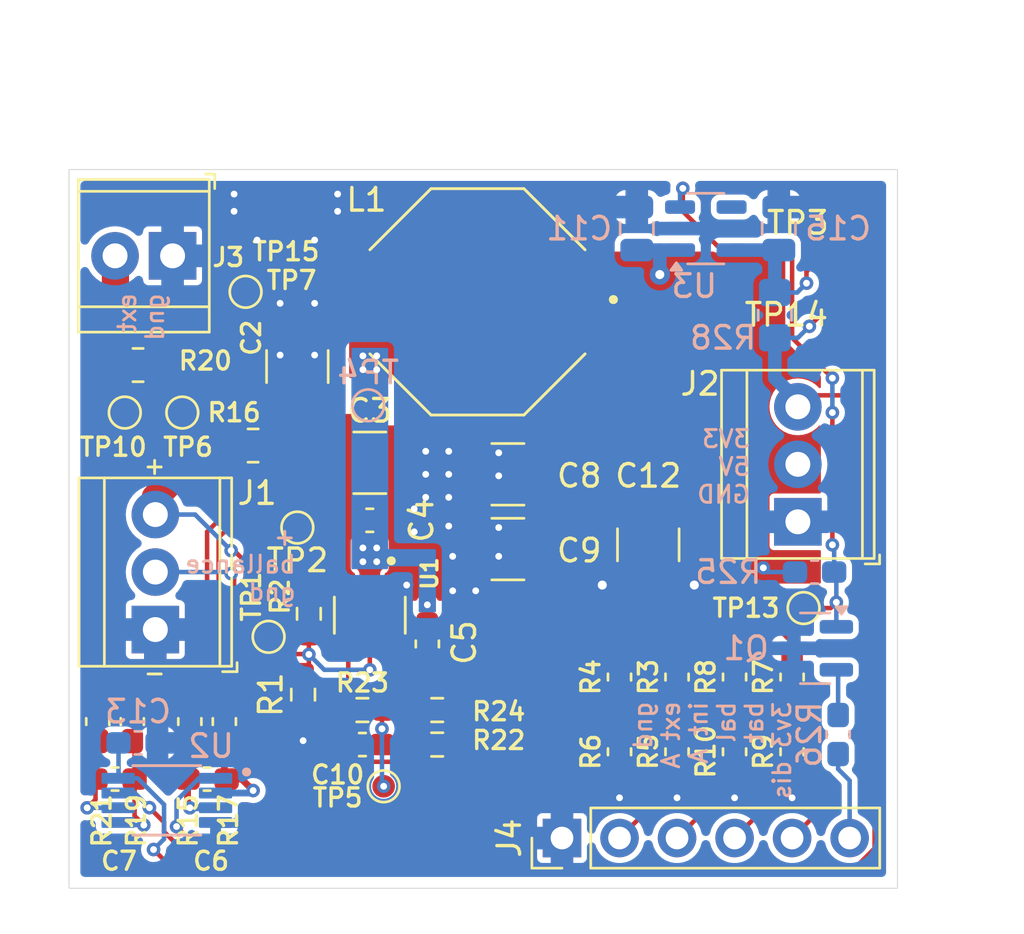
<source format=kicad_pcb>
(kicad_pcb (version 20240108) (generator "pcbnew") (generator_version "8.0")
  (layers (0 "F.Cu" signal "Front") (31 "B.Cu" signal "Back") (34 "B.Paste" user) (35 "F.Paste" user) (36 "B.SilkS" user "B.Silkscreen") (37 "F.SilkS" user "F.Silkscreen") (38 "B.Mask" user) (39 "F.Mask" user) (44 "Edge.Cuts" user))
  (net 0 "")
  (net 1 "+BATT Primary")
  (net 2 "GND")
  (net 3 "/buck_feedback")
  (net 4 "Net-(C10-Pad1)")
  (net 5 "5V Primary")
  (net 6 "3V3 Primary")
  (net 7 "current_sense_batt")
  (net 8 "current_sense_external")
  (net 9 "batt_ballance")
  (net 10 "+BATT")
  (net 11 "/buck_sw")
  (net 12 "/buck_boot")
  (net 13 "+BATT External")
  (net 14 "/adc_scaled:current_batt")
  (net 15 "/adc_scaled:current_external")
  (net 16 "/adc_scaled:batt")
  (net 17 "/adc_scaled:batt_ballance")
  (net 18 "3V3_DISABLE")
  (net 19 "/batt_primary+")
  (net 20 "/batt_primary-")
  (net 21 "/batt_ext-")
  (net 22 "/batt_ext+")
  (net 23 "Net-(Q1-B)")
  (net 24 "/buck_enable")
  (net 26 "/3v3_en")
  (net 27 "/3v3_out")
  (footprint "TestPoint:TestPoint_Pad_D1.0mm" (layer "F.Cu") (at 27.94 33.02 180)
    (property "Reference" "TP2")
    (property "Value" "~")
  )
  (footprint "Capacitor_SMD:C_1210_3225Metric" (layer "F.Cu") (at 31.1385 30.16)
    (property "Reference" "C3")
    (property "Value" "10uf")
  )
  (footprint "TerminalBlock_TE-Connectivity:TerminalBlock_TE_282834-3_1x03_P2.54mm_Horizontal" (layer "F.Cu") (at 21.6685 37.526 90)
    (property "Reference" "J1")
    (property "Value" "BATT")
  )
  (footprint "footprints:KEYSTONE_5015" (layer "F.Cu") (at 27.432 18.796)
    (property "Reference" "TP15")
    (property "Value" "TestPoint")
  )
  (footprint "Capacitor_SMD:C_0603_1608Metric_Pad1.08x0.95mm_HandSolder" (layer "F.Cu") (at 23.1925 41.59 -90)
    (property "Reference" "R15")
    (property "Value" "0")
  )
  (footprint "Capacitor_SMD:C_0603_1608Metric_Pad1.08x0.95mm_HandSolder" (layer "F.Cu") (at 19.1285 41.59 -90)
    (property "Reference" "R21")
    (property "Value" "0")
  )
  (footprint "Capacitor_SMD:C_1210_3225Metric" (layer "F.Cu") (at 37.2345 30.668 180)
    (property "Reference" "C8")
    (property "Value" "22uf")
  )
  (footprint "Resistor_SMD:R_0603_1608Metric_Pad0.98x0.95mm_HandSolder" (layer "F.Cu") (at 28.194 40.40175 90)
    (property "Reference" "R1")
    (property "Value" "DNS")
  )
  (footprint "Capacitor_SMD:C_0603_1608Metric_Pad1.08x0.95mm_HandSolder" (layer "F.Cu") (at 49.784 39.624 -90)
    (property "Reference" "R7")
    (property "Value" "R")
  )
  (footprint "Capacitor_SMD:C_0603_1608Metric_Pad1.08x0.95mm_HandSolder" (layer "F.Cu") (at 42.164 39.624 -90)
    (property "Reference" "R4")
    (property "Value" "R")
  )
  (footprint "Capacitor_SMD:C_0603_1608Metric_Pad1.08x0.95mm_HandSolder" (layer "F.Cu") (at 19.8905 44.13)
    (property "Reference" "C7")
    (property "Value" "DNS")
  )
  (footprint "Capacitor_SMD:C_0603_1608Metric_Pad1.08x0.95mm_HandSolder" (layer "F.Cu") (at 23.9545 44.13 180)
    (property "Reference" "C6")
    (property "Value" "DNS")
  )
  (footprint "Resistor_SMD:R_0603_1608Metric_Pad0.98x0.95mm_HandSolder" (layer "F.Cu") (at 28.448 36.83 90)
    (property "Reference" "R2")
    (property "Value" "DNS")
  )
  (footprint "TerminalBlock_TE-Connectivity:TerminalBlock_TE_282834-3_1x03_P2.54mm_Horizontal" (layer "F.Cu") (at 50.038 32.766 90)
    (property "Reference" "J2")
    (property "Value" "PRIMARY")
  )
  (footprint "Capacitor_SMD:C_1210_3225Metric_Pad1.33x2.70mm_HandSolder" (layer "F.Cu") (at 27.94 25.908 90)
    (property "Reference" "C2")
    (property "Value" "DNS")
  )
  (footprint "Connector_PinHeader_2.54mm:PinHeader_1x06_P2.54mm_Vertical" (layer "F.Cu") (at 39.624 46.736 90)
    (property "Reference" "J4")
    (property "Value" "IO")
  )
  (footprint "Capacitor_SMD:C_0603_1608Metric_Pad1.08x0.95mm_HandSolder" (layer "F.Cu") (at 31.1385 32.7)
    (property "Reference" "C4")
    (property "Value" "0.1uf")
  )
  (footprint "TestPoint:TestPoint_Pad_D1.0mm" (layer "F.Cu") (at 31.75 44.45)
    (property "Reference" "TP5")
    (property "Value" "~")
  )
  (footprint "Resistor_SMD:R_0603_1608Metric_Pad0.98x0.95mm_HandSolder" (layer "F.Cu") (at 30.8125 41.082)
    (property "Reference" "R23")
    (property "Value" "100k")
  )
  (footprint "Resistor_SMD:R_0603_1608Metric_Pad0.98x0.95mm_HandSolder" (layer "F.Cu") (at 34.1145 41.082)
    (property "Reference" "R24")
    (property "Value" "13.3k")
  )
  (footprint "Resistor_SMD:R_0805_2012Metric_Pad1.20x1.40mm_HandSolder" (layer "F.Cu") (at 20.9065 25.842 180)
    (property "Reference" "R20")
    (property "Value" "R")
  )
  (footprint "TestPoint:TestPoint_Pad_D1.0mm" (layer "F.Cu") (at 50.292 36.576)
    (property "Reference" "TP13")
    (property "Value" "~")
  )
  (footprint "TestPoint:TestPoint_Pad_D1.0mm" (layer "F.Cu") (at 26.67 37.846)
    (property "Reference" "TP1")
    (property "Value" "TestPoint")
  )
  (footprint "Capacitor_SMD:C_0603_1608Metric_Pad1.08x0.95mm_HandSolder" (layer "F.Cu") (at 30.8125 42.606)
    (property "Reference" "C10")
    (property "Value" "75pf")
  )
  (footprint "footprints:SOT95P280X110-6N" (layer "F.Cu") (at 31.1385 36.891 -90)
    (property "Reference" "U1")
    (property "Value" "TPS54302DDCR")
  )
  (footprint "Resistor_SMD:R_0805_2012Metric_Pad1.20x1.40mm_HandSolder" (layer "F.Cu") (at 25.9865 29.398)
    (property "Reference" "R16")
    (property "Value" "R")
  )
  (footprint "Resistor_SMD:R_0603_1608Metric_Pad0.98x0.95mm_HandSolder" (layer "F.Cu") (at 34.1145 42.606 180)
    (property "Reference" "R22")
    (property "Value" "49.9k")
  )
  (footprint "Capacitor_SMD:C_0603_1608Metric_Pad1.08x0.95mm_HandSolder" (layer "F.Cu") (at 47.244 42.926 -90)
    (property "Reference" "R10")
    (property "Value" "R")
  )
  (footprint "Capacitor_SMD:C_0603_1608Metric_Pad1.08x0.95mm_HandSolder" (layer "F.Cu") (at 44.704 42.926 -90)
    (property "Reference" "R5")
    (property "Value" "R")
  )
  (footprint "Capacitor_SMD:C_1210_3225Metric" (layer "F.Cu") (at 37.2345 33.97 180)
    (property "Reference" "C9")
    (property "Value" "22uf")
  )
  (footprint "Capacitor_SMD:C_0603_1608Metric_Pad1.08x0.95mm_HandSolder" (layer "F.Cu") (at 49.784 42.926 -90)
    (property "Reference" "R9")
    (property "Value" "R")
  )
  (footprint "Capacitor_SMD:C_1210_3225Metric_Pad1.33x2.70mm_HandSolder" (layer "F.Cu") (at 43.434 33.782 -90)
    (property "Reference" "C12")
    (property "Value" "DNS")
  )
  (footprint "Capacitor_SMD:C_0603_1608Metric_Pad1.08x0.95mm_HandSolder" (layer "F.Cu") (at 20.6525 41.59 -90)
    (property "Reference" "R19")
    (property "Value" "0")
  )
  (footprint "footprints:KEYSTONE_5015" (layer "F.Cu") (at 52.578 23.622 -90)
    (property "Reference" "TP14")
    (property "Value" "TestPoint")
  )
  (footprint "Capacitor_SMD:C_0603_1608Metric_Pad1.08x0.95mm_HandSolder" (layer "F.Cu") (at 33.6785 38.161 90)
    (property "Reference" "C5")
    (property "Value" "0.1uf")
  )
  (footprint "TestPoint:TestPoint_Pad_D1.0mm" (layer "F.Cu") (at 25.654 22.606)
    (property "Reference" "TP7")
    (property "Value" "TestPoint")
  )
  (footprint "TestPoint:TestPoint_Pad_D1.0mm" (layer "F.Cu") (at 20.32 27.94)
    (property "Reference" "TP10")
    (property "Value" "TestPoint")
  )
  (footprint "footprints:KEYSTONE_5015" (layer "F.Cu") (at 52.578 19.558 90)
    (property "Reference" "TP3")
    (property "Value" "TestPoint")
  )
  (footprint "Capacitor_SMD:C_0603_1608Metric_Pad1.08x0.95mm_HandSolder" (layer "F.Cu") (at 24.7165 41.59 -90)
    (property "Reference" "R17")
    (property "Value" "0")
  )
  (footprint "TerminalBlock_TE-Connectivity:TerminalBlock_TE_282834-2_1x02_P2.54mm_Horizontal" (layer "F.Cu") (at 22.4305 21.016 180)
    (property "Reference" "J3")
    (property "Value" "EXTERNAL")
  )
  (footprint "Capacitor_SMD:C_0603_1608Metric_Pad1.08x0.95mm_HandSolder" (layer "F.Cu") (at 47.244 39.624 -90)
    (property "Reference" "R8")
    (property "Value" "R")
  )
  (footprint "TestPoint:TestPoint_Pad_D1.0mm" (layer "F.Cu") (at 22.86 27.94)
    (property "Reference" "TP6")
    (property "Value" "TestPoint")
  )
  (footprint "Capacitor_SMD:C_0603_1608Metric_Pad1.08x0.95mm_HandSolder" (layer "F.Cu") (at 44.704 39.624 -90)
    (property "Reference" "R3")
    (property "Value" "R")
  )
  (footprint "footprints:IND_SRU1048-100Y" (layer "F.Cu") (at 35.8925 23.048 180)
    (property "Reference" "L1")
    (property "Value" "10uH")
  )
  (footprint "Capacitor_SMD:C_0603_1608Metric_Pad1.08x0.95mm_HandSolder" (layer "F.Cu") (at 42.164 42.926 -90)
    (property "Reference" "R6")
    (property "Value" "R")
  )
  (footprint "Package_TO_SOT_SMD:SOT-23-5" (layer "B.Cu") (at 45.974 19.812)
    (property "Reference" "U3")
    (property "Value" "AP2112K-3.3")
  )
  (footprint "footprints:SOP65P490X110-8N" (layer "B.Cu") (at 22.1765 45.071999 180)
    (property "Reference" "U2")
    (property "Value" "INA2180Ax")
  )
  (footprint "Capacitor_SMD:C_0603_1608Metric_Pad1.08x0.95mm_HandSolder" (layer "B.Cu") (at 51.816 42.164 -90)
    (property "Reference" "R26")
    (property "Value" "R")
  )
  (footprint "Capacitor_SMD:C_0603_1608Metric_Pad1.08x0.95mm_HandSolder" (layer "B.Cu") (at 50.778 34.986 180)
    (property "Reference" "R25")
    (property "Value" "R")
  )
  (footprint "Resistor_SMD:R_0805_2012Metric_Pad1.20x1.40mm_HandSolder" (layer "B.Cu") (at 49.022 23.638 -90)
    (property "Reference" "R28")
    (property "Value" "R")
  )
  (footprint "Capacitor_SMD:C_0805_2012Metric" (layer "B.Cu") (at 49.1975 19.812 90)
    (property "Reference" "C15")
    (property "Value" "1uf")
  )
  (footprint "Capacitor_SMD:C_0603_1608Metric_Pad1.08x0.95mm_HandSolder" (layer "B.Cu") (at 20.9065 42.531999)
    (property "Reference" "C13")
    (property "Value" "0.1uf")
  )
  (footprint "Capacitor_SMD:C_0805_2012Metric" (layer "B.Cu") (at 42.926 19.812 90)
    (property "Reference" "C11")
    (property "Value" "1uf")
  )
  (footprint "Package_TO_SOT_SMD:SOT-23" (layer "B.Cu") (at 50.8 38.354 180)
    (property "Reference" "Q1")
    (property "Value" "NPN")
  )
  (footprint "TestPoint:TestPoint_Pad_D1.0mm" (layer "B.Cu") (at 31.0665 27.62 180)
    (property "Reference" "TP4")
    (property "Value" "~")
  )
  (gr_rect (start 17.8585 17.206) (end 54.4345 48.956) (stroke (width 0.0381)) (fill none) (layer "Edge.Cuts"))
  (gr_text "ext\ngnd" (at 22.098 22.606 90) (layer "B.SilkS") (effects (font (size 0.762 0.762) (thickness 0.127) (bold yes)) (justify left bottom mirror)))
  (gr_text "gnd\next A\nint A\nbal\nbat\n3v3 dis" (at 49.784 40.64 90) (layer "B.SilkS") (effects (font (size 0.762 0.762) (thickness 0.127) (bold yes)) (justify left bottom mirror)))
  (gr_text "+\nballance\ngnd" (at 27.94 36.322 0) (layer "B.SilkS") (effects (font (size 0.762 0.762) (thickness 0.127) (bold yes)) (justify left bottom mirror)))
  (gr_text "3V3\n5V\nGND" (at 48.006 32.004 0) (layer "B.SilkS") (effects (font (size 0.762 0.762) (thickness 0.127) (bold yes)) (justify left bottom mirror)))
  (gr_text "-" (at 21.082 39.878 0) (layer "F.SilkS") (effects (font (size 0.762 0.762) (thickness 0.127) (bold yes)) (justify left bottom)))
  (gr_text "+" (at 21.082 30.734 0) (layer "F.SilkS") (effects (font (size 0.762 0.762) (thickness 0.127) (bold yes)) (justify left bottom)))
  (segment (start 24.1305 24.8915) (end 24.1305 25.842) (width 0.2) (layer "F.Cu") (net 1))
  (segment (start 25.654 22.606) (end 25.654 23.368) (width 0.16) (layer "F.Cu") (net 1))
  (segment (start 26.2405 31.684) (end 24.4625 33.462) (width 0.2) (layer "F.Cu") (net 1))
  (segment (start 19.6365 30.922) (end 19.6365 39.05) (width 0.2) (layer "F.Cu") (net 1))
  (segment (start 26.9865 28.698) (end 26.9865 29.398) (width 1.2) (layer "F.Cu") (net 1))
  (segment (start 20.6525 40.066) (end 20.6525 40.7275) (width 0.2) (layer "F.Cu") (net 1))
  (segment (start 24.1305 25.842) (end 26.9865 28.698) (width 1.2) (layer "F.Cu") (net 1))
  (segment (start 25.4 23.622) (end 24.1305 24.8915) (width 0.2) (layer "F.Cu") (net 1))
  (segment (start 21.9065 25.858) (end 21.1605 26.604) (width 0.2) (layer "F.Cu") (net 1))
  (segment (start 26.9865 29.398) (end 26.858 29.398) (width 0.2) (layer "F.Cu") (net 1))
  (segment (start 24.4625 39.558) (end 24.7165 39.812) (width 0.2) (layer "F.Cu") (net 1))
  (segment (start 21.9065 25.842) (end 24.1305 25.842) (width 1.2) (layer "F.Cu") (net 1))
  (segment (start 26.2405 30.16) (end 26.2405 31.684) (width 0.2) (layer "F.Cu") (net 1))
  (segment (start 21.9065 25.842) (end 21.9065 25.858) (width 0.2) (layer "F.Cu") (net 1))
  (segment (start 24.4625 33.462) (end 24.4625 39.558) (width 0.2) (layer "F.Cu") (net 1))
  (segment (start 21.1605 29.398) (end 19.6365 30.922) (width 0.2) (layer "F.Cu") (net 1))
  (segment (start 21.1605 26.604) (end 21.1605 29.398) (width 0.2) (layer "F.Cu") (net 1))
  (segment (start 25.654 23.368) (end 25.4 23.622) (width 0.16) (layer "F.Cu") (net 1))
  (segment (start 19.6365 39.05) (end 20.6525 40.066) (width 0.2) (layer "F.Cu") (net 1))
  (segment (start 26.9865 29.414) (end 26.2405 30.16) (width 0.2) (layer "F.Cu") (net 1))
  (segment (start 26.9865 29.398) (end 26.9865 29.414) (width 0.2) (layer "F.Cu") (net 1))
  (segment (start 24.7165 39.812) (end 24.7165 40.7275) (width 0.2) (layer "F.Cu") (net 1))
  (segment (start 25.146 18.288) (end 26.924 18.288) (width 0.6) (layer "F.Cu") (net 2))
  (segment (start 26.924 18.288) (end 27.432 18.796) (width 0.6) (layer "F.Cu") (net 2))
  (segment (start 27.94 18.288) (end 27.432 18.796) (width 0.6) (layer "F.Cu") (net 2))
  (segment (start 28.702 25.1075) (end 27.94 24.3455) (width 0.6) (layer "F.Cu") (net 2))
  (segment (start 45.2505 35.3445) (end 45.466 35.56) (width 1) (layer "F.Cu") (net 2))
  (segment (start 36.7265 40.24475) (end 36.7265 35.82325) (width 0.2) (layer "F.Cu") (net 2))
  (segment (start 29.718 18.288) (end 27.94 18.288) (width 0.6) (layer "F.Cu") (net 2))
  (segment (start 27.178 23.5835) (end 27.94 24.3455) (width 0.6) (layer "F.Cu") (net 2))
  (segment (start 42.164 43.7885) (end 42.164 44.958) (width 0.2) (layer "F.Cu") (net 2))
  (segment (start 28.702 20.32) (end 28.702 20.066) (width 0.6) (layer "F.Cu") (net 2))
  (segment (start 28.702 23.114) (end 28.702 23.5835) (width 0.6) (layer "F.Cu") (net 2))
  (segment (start 26.162 20.066) (end 27.432 18.796) (width 0.6) (layer "F.Cu") (net 2))
  (segment (start 41.6175 35.3445) (end 41.402 35.56) (width 1) (layer "F.Cu") (net 2))
  (segment (start 35.88925 41.082) (end 36.7265 40.24475) (width 0.2) (layer "F.Cu") (net 2))
  (segment (start 27.178 25.4) (end 27.178 25.1075) (width 0.6) (layer "F.Cu") (net 2))
  (segment (start 28.702 23.5835) (end 27.94 24.3455) (width 0.6) (layer "F.Cu") (net 2))
  (segment (start 28.702 25.4) (end 28.702 25.1075) (width 0.6) (layer "F.Cu") (net 2))
  (segment (start 44.704 43.7885) (end 44.704 44.958) (width 0.2) (layer "F.Cu") (net 2))
  (segment (start 29.718 19.05) (end 27.686 19.05) (width 0.6) (layer "F.Cu") (net 2))
  (segment (start 26.162 20.32) (end 26.162 20.066) (width 0.6) (layer "F.Cu") (net 2))
  (segment (start 27.178 23.114) (end 27.178 23.5835) (width 0.6) (layer "F.Cu") (net 2))
  (segment (start 49.784 43.7885) (end 49.784 44.958) (width 0.2) (layer "F.Cu") (net 2))
  (segment (start 47.244 43.7885) (end 47.244 44.958) (width 0.2) (layer "F.Cu") (net 2))
  (segment (start 25.146 19.05) (end 27.178 19.05) (width 0.6) (layer "F.Cu") (net 2))
  (segment (start 27.178 25.1075) (end 27.94 24.3455) (width 0.6) (layer "F.Cu") (net 2))
  (segment (start 35.027 41.082) (end 35.88925 41.082) (width 0.2) (layer "F.Cu") (net 2))
  (segment (start 43.434 35.3445) (end 41.6175 35.3445) (width 1) (layer "F.Cu") (net 2))
  (segment (start 27.686 19.05) (end 27.432 18.796) (width 0.6) (layer "F.Cu") (net 2))
  (segment (start 28.702 20.066) (end 27.432 18.796) (width 0.6) (layer "F.Cu") (net 2))
  (segment (start 28.194 41.71875) (end 28.194 42.43375) (width 0.2) (layer "F.Cu") (net 2))
  (segment (start 27.178 19.05) (end 27.432 18.796) (width 0.6) (layer "F.Cu") (net 2))
  (segment (start 43.434 35.3445) (end 45.2505 35.3445) (width 1) (layer "F.Cu") (net 2))
  (via (at 34.6225 29.652) (size 0.6) (drill 0.3) (layers "F.Cu" "B.Cu") (net 2))
  (via (at 28.702 25.4) (size 0.6) (drill 0.3) (layers "F.Cu" "B.Cu") (net 2))
  (via (at 41.402 35.56) (size 0.9) (drill 0.4) (layers "F.Cu" "B.Cu") (net 2))
  (via (at 34.798 35.814) (size 0.6) (drill 0.3) (layers "F.Cu" "B.Cu") (net 2))
  (via (at 25.146 18.288) (size 0.6) (drill 0.3) (layers "F.Cu" "B.Cu") (net 2))
  (via (at 34.6225 31.684) (size 0.6) (drill 0.3) (layers "F.Cu" "B.Cu") (net 2))
  (via (at 47.244 44.958) (size 0.6) (drill 0.3) (layers "F.Cu" "B.Cu") (net 2))
  (via (at 33.6065 29.652) (size 0.6) (drill 0.3) (layers "F.Cu" "B.Cu") (net 2))
  (via (at 27.178 25.4) (size 0.6) (drill 0.3) (layers "F.Cu" "B.Cu") (net 2))
  (via (at 28.702 23.114) (size 0.6) (drill 0.3) (layers "F.Cu" "B.Cu") (net 2))
  (via (at 45.466 35.56) (size 0.9) (drill 0.4) (layers "F.Cu" "B.Cu") (net 2))
  (via (at 33.6065 31.684) (size 0.6) (drill 0.3) (layers "F.Cu" "B.Cu") (net 2))
  (via (at 44.704 44.958) (size 0.6) (drill 0.3) (layers "F.Cu" "B.Cu") (net 2))
  (via (at 34.6225 30.668) (size 0.6) (drill 0.3) (layers "F.Cu" "B.Cu") (net 2))
  (via (at 36.83 34.29) (size 0.6) (drill 0.3) (layers "F.Cu" "B.Cu") (net 2))
  (via (at 29.718 19.05) (size 0.6) (drill 0.3) (layers "F.Cu" "B.Cu") (net 2))
  (via (at 49.784 44.958) (size 0.6) (drill 0.3) (layers "F.Cu" "B.Cu") (net 2))
  (via (at 36.83 29.718) (size 0.6) (drill 0.3) (layers "F.Cu" "B.Cu") (net 2))
  (via (at 36.83 30.734) (size 0.6) (drill 0.3) (layers "F.Cu" "B.Cu") (net 2))
  (via (at 33.6065 30.668) (size 0.6) (drill 0.3) (layers "F.Cu" "B.Cu") (net 2))
  (via (at 25.146 19.05) (size 0.6) (drill 0.3) (layers "F.Cu" "B.Cu") (net 2))
  (via (at 35.814 35.814) (size 0.6) (drill 0.3) (layers "F.Cu" "B.Cu") (net 2))
  (via (at 32.766 35.56) (size 0.6) (drill 0.3) (layers "F.Cu" "B.Cu") (net 2))
  (via (at 33.0985 32.192) (size 0.6) (drill 0.3) (layers "F.Cu" "B.Cu") (net 2))
  (via (at 29.718 18.288) (size 0.6) (drill 0.3) (layers "F.Cu" "B.Cu") (net 2))
  (via (at 26.162 20.32) (size 0.6) (drill 0.3) (layers "F.Cu" "B.Cu") (net 2))
  (via (at 33.0985 33.208) (size 0.6) (drill 0.3) (layers "F.Cu" "B.Cu") (net 2))
  (via (at 34.6225 32.954) (size 0.6) (drill 0.3) (layers "F.Cu" "B.Cu") (net 2))
  (via (at 36.83 33.02) (size 0.6) (drill 0.3) (layers "F.Cu" "B.Cu") (net 2))
  (via (at 34.798 34.29) (size 0.6) (drill 0.3) (layers "F.Cu" "B.Cu") (net 2))
  (via (at 28.702 20.32) (size 0.6) (drill 0.3) (layers "F.Cu" "B.Cu") (net 2))
  (via (at 42.164 44.958) (size 0.6) (drill 0.3) (layers "F.Cu" "B.Cu") (net 2))
  (via (at 27.178 23.114) (size 0.6) (drill 0.3) (layers "F.Cu" "B.Cu") (net 2))
  (via (at 28.194 42.43375) (size 0.6) (drill 0.3) (layers "F.Cu" "B.Cu") (net 2))
  (segment (start 30.1885 38.146) (end 30.1885 39.696) (width 0.2) (layer "F.Cu") (net 3))
  (segment (start 31.725 41.082) (end 33.202 41.082) (width 0.2) (layer "F.Cu") (net 3))
  (segment (start 31.5745 41.082) (end 31.725 41.082) (width 0.2) (layer "F.Cu") (net 3))
  (segment (start 31.675 41.132) (end 31.725 41.082) (width 0.2) (layer "F.Cu") (net 3))
  (segment (start 31.675 42.606) (end 31.675 41.132) (width 0.2) (layer "F.Cu") (net 3))
  (segment (start 30.1885 39.696) (end 31.5745 41.082) (width 0.2) (layer "F.Cu") (net 3))
  (via (at 31.75 44.45) (size 0.6) (drill 0.3) (layers "F.Cu" "B.Cu") (net 3))
  (via (at 31.675 41.91) (size 0.6) (drill 0.3) (layers "F.Cu" "B.Cu") (net 3))
  (segment (start 31.675 41.91) (end 31.675 44.375) (width 0.2) (layer "B.Cu") (net 3))
  (segment (start 31.675 44.375) (end 31.75 44.45) (width 0.2) (layer "B.Cu") (net 3))
  (segment (start 33.202 42.606) (end 33.202 43.0105) (width 0.2) (layer "F.Cu") (net 4))
  (segment (start 29.95 41.132) (end 29.9 41.082) (width 0.2) (layer "F.Cu") (net 4))
  (segment (start 30.5585 43.368) (end 32.8445 43.368) (width 0.2) (layer "F.Cu") (net 4))
  (segment (start 29.95 42.606) (end 29.95 41.132) (width 0.2) (layer "F.Cu") (net 4))
  (segment (start 29.95 42.606) (end 29.95 42.7595) (width 0.2) (layer "F.Cu") (net 4))
  (segment (start 33.202 43.0105) (end 32.8445 43.368) (width 0.2) (layer "F.Cu") (net 4))
  (segment (start 29.95 42.7595) (end 30.5585 43.368) (width 0.2) (layer "F.Cu") (net 4))
  (segment (start 38.7585 35.494) (end 38.7585 40.066) (width 0.2) (layer "F.Cu") (net 5))
  (segment (start 35.027 42.606) (end 36.2185 42.606) (width 0.2) (layer "F.Cu") (net 5))
  (segment (start 36.2185 42.606) (end 38.7585 40.066) (width 0.2) (layer "F.Cu") (net 5))
  (via (at 48.514 34.798) (size 0.6) (drill 0.3) (layers "F.Cu" "B.Cu") (net 5))
  (via (at 43.942 21.844) (size 0.9) (drill 0.4) (layers "F.Cu" "B.Cu") (net 5))
  (segment (start 43.942 20.762) (end 42.926 20.762) (width 0.6) (layer "B.Cu") (net 5))
  (segment (start 48.702 34.986) (end 48.514 34.798) (width 0.2) (layer "B.Cu") (net 5))
  (segment (start 49.9155 34.986) (end 48.702 34.986) (width 0.2) (layer "B.Cu") (net 5))
  (segment (start 43.942 20.762) (end 43.942 21.844) (width 0.6) (layer "B.Cu") (net 5))
  (segment (start 44.8365 20.762) (end 43.942 20.762) (width 0.6) (layer "B.Cu") (net 5))
  (segment (start 21.59 47.244) (end 22.352 48.006) (width 0.2) (layer "F.Cu") (net 6))
  (segment (start 52.61303 48.006) (end 53.4264 47.19263) (width 0.2) (layer "F.Cu") (net 6))
  (segment (start 53.4264 47.19263) (end 53.4264 28.5344) (width 0.2) (layer "F.Cu") (net 6))
  (segment (start 50.546 24.13) (end 51.054 23.622) (width 0.2) (layer "F.Cu") (net 6))
  (segment (start 51.054 23.622) (end 52.578 23.622) (width 0.2) (layer "F.Cu") (net 6))
  (segment (start 53.4264 28.5344) (end 52.07 27.178) (width 0.2) (layer "F.Cu") (net 6))
  (segment (start 22.352 48.006) (end 52.61303 48.006) (width 0.2) (layer "F.Cu") (net 6))
  (segment (start 52.07 27.178) (end 49.784 27.178) (width 0.2) (layer "F.Cu") (net 6))
  (via (at 21.59 47.244) (size 0.6) (drill 0.3) (layers "F.Cu" "B.Cu") (net 6))
  (via (at 50.546 24.13) (size 0.6) (drill 0.3) (layers "F.Cu" "B.Cu") (net 6))
  (segment (start 22.0536 45.257888) (end 20.892711 44.096999) (width 0.2) (layer "B.Cu") (net 6))
  (segment (start 50.546 24.13) (end 50.038 24.638) (width 0.2) (layer "B.Cu") (net 6))
  (segment (start 20.892711 44.096999) (end 20.0265 44.096999) (width 0.2) (layer "B.Cu") (net 6))
  (segment (start 20.044 42.531999) (end 20.044 44.079499) (width 0.2) (layer "B.Cu") (net 6))
  (segment (start 20.044 44.079499) (end 20.0265 44.096999) (width 0.2) (layer "B.Cu") (net 6))
  (segment (start 49.784 27.178) (end 49.022 26.416) (width 0.6) (layer "B.Cu") (net 6))
  (segment (start 21.59 47.244) (end 22.0536 46.7804) (width 0.2) (layer "B.Cu") (net 6))
  (segment (start 22.0536 46.7804) (end 22.0536 45.257888) (width 0.2) (layer "B.Cu") (net 6))
  (segment (start 50.038 24.638) (end 49.022 24.638) (width 0.2) (layer "B.Cu") (net 6))
  (segment (start 49.022 26.416) (end 49.022 24.638) (width 0.6) (layer "B.Cu") (net 6))
  (segment (start 44.704 38.1) (end 44.196 37.592) (width 0.2) (layer "F.Cu") (net 7))
  (segment (start 40.386 44.196) (end 40.132 44.45) (width 0.2) (layer "F.Cu") (net 7))
  (segment (start 23.114 46.736) (end 22.606 46.228) (width 0.2) (layer "F.Cu") (net 7))
  (segment (start 44.196 37.592) (end 40.894 37.592) (width 0.2) (layer "F.Cu") (net 7))
  (segment (start 35.56 46.736) (end 23.114 46.736) (width 0.2) (layer "F.Cu") (net 7))
  (segment (start 44.704 38.7615) (end 44.704 38.1) (width 0.2) (layer "F.Cu") (net 7))
  (segment (start 40.386 38.1) (end 40.386 44.196) (width 0.2) (layer "F.Cu") (net 7))
  (segment (start 37.846 44.45) (end 35.56 46.736) (width 0.2) (layer "F.Cu") (net 7))
  (segment (start 40.894 37.592) (end 40.386 38.1) (width 0.2) (layer "F.Cu") (net 7))
  (segment (start 40.132 44.45) (end 37.846 44.45) (width 0.2) (layer "F.Cu") (net 7))
  (via (at 22.606 46.228) (size 0.6) (drill 0.3) (layers "F.Cu" "B.Cu") (net 7))
  (segment (start 23.591501 44.096999) (end 22.606 45.0825) (width 0.2) (layer "B.Cu") (net 7))
  (segment (start 22.606 45.0825) (end 22.606 46.228) (width 0.2) (layer "B.Cu") (net 7))
  (segment (start 24.3265 44.096999) (end 23.591501 44.096999) (width 0.2) (layer "B.Cu") (net 7))
  (segment (start 40.64 44.958) (end 40.894 44.704) (width 0.2) (layer "F.Cu") (net 8))
  (segment (start 40.894 44.704) (end 40.894 39.116) (width 0.2) (layer "F.Cu") (net 8))
  (segment (start 21.40825 45.39375) (end 22.0536 46.0391) (width 0.2) (layer "F.Cu") (net 8))
  (segment (start 22.840788 47.244) (end 35.814 47.244) (width 0.2) (layer "F.Cu") (net 8))
  (segment (start 38.1 44.958) (end 40.64 44.958) (width 0.2) (layer "F.Cu") (net 8))
  (segment (start 40.894 39.116) (end 41.2485 38.7615) (width 0.2) (layer "F.Cu") (net 8))
  (segment (start 22.0536 46.0391) (end 22.0536 46.456812) (width 0.2) (layer "F.Cu") (net 8))
  (segment (start 35.814 47.244) (end 38.1 44.958) (width 0.2) (layer "F.Cu") (net 8))
  (segment (start 41.2485 38.7615) (end 42.164 38.7615) (width 0.2) (layer "F.Cu") (net 8))
  (segment (start 22.0536 46.456812) (end 22.840788 47.244) (width 0.2) (layer "F.Cu") (net 8))
  (via (at 21.40825 45.39375) (size 0.6) (drill 0.3) (layers "F.Cu" "B.Cu") (net 8))
  (segment (start 21.40825 45.39375) (end 20.761499 44.746999) (width 0.2) (layer "B.Cu") (net 8))
  (segment (start 20.761499 44.746999) (end 20.0265 44.746999) (width 0.2) (layer "B.Cu") (net 8))
  (segment (start 26.924 44.196) (end 25.908 43.18) (width 0.2) (layer "F.Cu") (net 9))
  (segment (start 26.924 45.974) (end 26.924 44.196) (width 0.2) (layer "F.Cu") (net 9))
  (segment (start 25.146 35.306) (end 25.0149 35.1749) (width 0.2) (layer "F.Cu") (net 9))
  (segment (start 39.878 43.688) (end 39.624 43.942) (width 0.2) (layer "F.Cu") (net 9))
  (segment (start 35.306 46.228) (end 27.178 46.228) (width 0.2) (layer "F.Cu") (net 9))
  (segment (start 46.228 37.084) (end 40.64 37.084) (width 0.2) (layer "F.Cu") (net 9))
  (segment (start 25.908 43.18) (end 25.908 40.132) (width 0.2) (layer "F.Cu") (net 9))
  (segment (start 40.64 37.084) (end 39.878 37.846) (width 0.2) (layer "F.Cu") (net 9))
  (segment (start 47.244 38.7615) (end 47.244 38.1) (width 0.2) (layer "F.Cu") (net 9))
  (segment (start 27.178 46.228) (end 26.924 45.974) (width 0.2) (layer "F.Cu") (net 9))
  (segment (start 37.592 43.942) (end 35.306 46.228) (width 0.2) (layer "F.Cu") (net 9))
  (segment (start 47.244 38.1) (end 46.228 37.084) (width 0.2) (layer "F.Cu") (net 9))
  (segment (start 25.0149 35.1749) (end 25.0149 35.052) (width 0.2) (layer "F.Cu") (net 9))
  (segment (start 39.878 37.846) (end 39.878 43.688) (width 0.2) (layer "F.Cu") (net 9))
  (segment (start 39.624 43.942) (end 37.592 43.942) (width 0.2) (layer "F.Cu") (net 9))
  (segment (start 25.908 40.132) (end 25.146 39.37) (width 0.2) (layer "F.Cu") (net 9))
  (segment (start 25.146 39.37) (end 25.146 35.306) (width 0.2) (layer "F.Cu") (net 9))
  (via (at 25.0149 35.052) (size 0.6) (drill 0.3) (layers "F.Cu" "B.Cu") (net 9))
  (segment (start 24.9489 34.986) (end 21.6685 34.986) (width 0.2) (layer "B.Cu") (net 9))
  (segment (start 25.0149 35.052) (end 24.9489 34.986) (width 0.2) (layer "B.Cu") (net 9))
  (segment (start 25.7325 30.16) (end 25.7325 31.43) (width 0.2) (layer "F.Cu") (net 10))
  (segment (start 26.416 39.878) (end 26.416 42.926) (width 0.2) (layer "F.Cu") (net 10))
  (segment (start 24.9865 28.2885) (end 24.9865 29.398) (width 0.2) (layer "F.Cu") (net 10))
  (segment (start 39.37 37.592) (end 40.386 36.576) (width 0.2) (layer "F.Cu") (net 10))
  (segment (start 23.1925 40.32) (end 23.1925 40.7275) (width 0.2) (layer "F.Cu") (net 10))
  (segment (start 37.338 43.434) (end 39.116 43.434) (width 0.2) (layer "F.Cu") (net 10))
  (segment (start 21.6685 32.446) (end 21.6685 31.684) (width 1.2) (layer "F.Cu") (net 10))
  (segment (start 27.686 45.72) (end 35.052 45.72) (width 0.2) (layer "F.Cu") (net 10))
  (segment (start 25.0149 34.036) (end 25.146 34.036) (width 0.2) (layer "F.Cu") (net 10))
  (segment (start 25.654 34.544) (end 25.654 39.116) (width 0.2) (layer "F.Cu") (net 10))
  (segment (start 48.26 36.576) (end 49.784 38.1) (width 0.2) (layer "F.Cu") (net 10))
  (segment (start 21.6685 31.684) (end 23.9545 29.398) (width 1.2) (layer "F.Cu") (net 10))
  (segment (start 25.7325 31.43) (end 23.9545 33.208) (width 0.2) (layer "F.Cu") (net 10))
  (segment (start 25.654 39.116) (end 26.416 39.878) (width 0.2) (layer "F.Cu") (net 10))
  (segment (start 25.146 34.036) (end 25.654 34.544) (width 0.2) (layer "F.Cu") (net 10))
  (segment (start 24.638 27.94) (end 24.9865 28.2885) (width 0.2) (layer "F.Cu") (net 10))
  (segment (start 23.9545 39.558) (end 23.1925 40.32) (width 0.2) (layer "F.Cu") (net 10))
  (segment (start 40.386 36.576) (end 48.26 36.576) (width 0.2) (layer "F.Cu") (net 10))
  (segment (start 26.416 42.926) (end 27.432 43.942) (width 0.2) (layer "F.Cu") (net 10))
  (segment (start 27.432 45.466) (end 27.686 45.72) (width 0.2) (layer "F.Cu") (net 10))
  (segment (start 27.432 43.942) (end 27.432 45.466) (width 0.2) (layer "F.Cu") (net 10))
  (segment (start 23.9545 29.398) (end 24.9865 29.398) (width 1.2) (layer "F.Cu") (net 10))
  (segment (start 22.86 27.94) (end 24.638 27.94) (width 0.2) (layer "F.Cu") (net 10))
  (segment (start 49.784 38.1) (end 49.784 38.7615) (width 0.2) (layer "F.Cu") (net 10))
  (segment (start 39.116 43.434) (end 39.37 43.18) (width 0.2) (layer "F.Cu") (net 10))
  (segment (start 24.9865 29.398) (end 24.9865 29.414) (width 0.2) (layer "F.Cu") (net 10))
  (segment (start 23.9545 33.208) (end 23.9545 39.558) (width 0.2) (layer "F.Cu") (net 10))
  (segment (start 24.9865 29.414) (end 25.7325 30.16) (width 0.2) (layer "F.Cu") (net 10))
  (segment (start 39.37 43.18) (end 39.37 37.592) (width 0.2) (layer "F.Cu") (net 10))
  (segment (start 35.052 45.72) (end 37.338 43.434) (width 0.2) (layer "F.Cu") (net 10))
  (via (at 25.0149 34.036) (size 0.6) (drill 0.3) (layers "F.Cu" "B.Cu") (net 10))
  (segment (start 23.4249 32.446) (end 21.6685 32.446) (width 0.2) (layer "B.Cu") (net 10))
  (segment (start 25.0149 34.036) (end 23.4249 32.446) (width 0.2) (layer "B.Cu") (net 10))
  (segment (start 33.6785 37.34875) (end 33.6785 36.43325) (width 0.3) (layer "F.Cu") (net 11))
  (via (at 30.8337 25.4356) (size 0.6) (drill 0.3) (layers "F.Cu" "B.Cu") (net 11))
  (via (at 31.4433 25.4356) (size 0.6) (drill 0.3) (layers "F.Cu" "B.Cu") (net 11))
  (via (at 31.4433 26.0452) (size 0.6) (drill 0.3) (layers "F.Cu" "B.Cu") (net 11))
  (via (at 30.8337 34.5288) (size 0.6) (drill 0.3) (layers "F.Cu" "B.Cu") (net 11))
  (via (at 30.8337 26.0452) (size 0.6) (drill 0.3) (layers "F.Cu" "B.Cu") (net 11))
  (via (at 31.4433 34.5288) (size 0.6) (drill 0.3) (layers "F.Cu" "B.Cu") (net 11))
  (via (at 33.6785 36.43325) (size 0.6) (drill 0.3) (layers "F.Cu" "B.Cu") (net 11))
  (via (at 30.8337 33.9192) (size 0.6) (drill 0.3) (layers "F.Cu" "B.Cu") (net 11))
  (via (at 31.4433 33.9192) (size 0.6) (drill 0.3) (layers "F.Cu" "B.Cu") (net 11))
  (segment (start 32.9662 39.0235) (end 33.6785 39.0235) (width 0.3) (layer "F.Cu") (net 12))
  (segment (start 32.8655 38.923) (end 32.8657 38.923) (width 0.3) (layer "F.Cu") (net 12))
  (segment (start 32.8657 38.923) (end 32.9662 39.0235) (width 0.3) (layer "F.Cu") (net 12))
  (segment (start 32.0885 38.146) (end 32.8655 38.923) (width 0.3) (layer "F.Cu") (net 12))
  (segment (start 19.9065 25.858) (end 20.6525 26.604) (width 0.2) (layer "F.Cu") (net 13))
  (segment (start 20.6525 29.144) (end 19.1285 30.668) (width 0.2) (layer "F.Cu") (net 13))
  (segment (start 19.9065 25.842) (end 19.9065 25.858) (width 0.2) (layer "F.Cu") (net 13))
  (segment (start 19.9065 25.842) (end 19.9065 21.032) (width 1.2) (layer "F.Cu") (net 13))
  (segment (start 20.6525 26.604) (end 20.6525 29.144) (width 0.2) (layer "F.Cu") (net 13))
  (segment (start 19.1285 30.668) (end 19.1285 40.7275) (width 0.2) (layer "F.Cu") (net 13))
  (segment (start 19.9065 21.032) (end 19.8905 21.016) (width 1.2) (layer "F.Cu") (net 13))
  (segment (start 44.704 40.4865) (end 44.704 42.0635) (width 0.2) (layer "F.Cu") (net 14))
  (segment (start 45.72 45.72) (end 44.704 46.736) (width 0.2) (layer "F.Cu") (net 14))
  (segment (start 45.72 43.0795) (end 45.72 45.72) (width 0.2) (layer "F.Cu") (net 14))
  (segment (start 44.704 42.0635) (end 45.72 43.0795) (width 0.2) (layer "F.Cu") (net 14))
  (segment (start 43.18 43.0795) (end 43.18 45.72) (width 0.2) (layer "F.Cu") (net 15))
  (segment (start 42.164 40.4865) (end 42.164 42.0635) (width 0.2) (layer "F.Cu") (net 15))
  (segment (start 43.18 45.72) (end 42.164 46.736) (width 0.2) (layer "F.Cu") (net 15))
  (segment (start 42.164 42.0635) (end 43.18 43.0795) (width 0.2) (layer "F.Cu") (net 15))
  (segment (start 49.784 42.0635) (end 50.8 43.0795) (width 0.2) (layer "F.Cu") (net 16))
  (segment (start 50.8 45.72) (end 49.784 46.736) (width 0.2) (layer "F.Cu") (net 16))
  (segment (start 50.8 43.0795) (end 50.8 45.72) (width 0.2) (layer "F.Cu") (net 16))
  (segment (start 49.784 40.4865) (end 49.784 42.0635) (width 0.2) (layer "F.Cu") (net 16))
  (segment (start 47.244 42.0635) (end 47.3975 42.0635) (width 0.2) (layer "F.Cu") (net 17))
  (segment (start 47.3975 42.0635) (end 48.26 42.926) (width 0.2) (layer "F.Cu") (net 17))
  (segment (start 48.26 42.926) (end 48.26 45.72) (width 0.2) (layer "F.Cu") (net 17))
  (segment (start 48.26 45.72) (end 47.244 46.736) (width 0.2) (layer "F.Cu") (net 17))
  (segment (start 47.244 40.4865) (end 47.244 42.0635) (width 0.2) (layer "F.Cu") (net 17))
  (segment (start 51.816 43.688) (end 51.816 43.0265) (width 0.2) (layer "B.Cu") (net 18))
  (segment (start 52.324 44.196) (end 51.816 43.688) (width 0.2) (layer "B.Cu") (net 18))
  (segment (start 52.324 44.196) (end 52.324 46.736) (width 0.2) (layer "B.Cu") (net 18))
  (segment (start 23.1925 44.0295) (end 23.092 44.13) (width 0.3) (layer "F.Cu") (net 19))
  (segment (start 23.1925 42.4525) (end 23.1925 44.0295) (width 0.3) (layer "F.Cu") (net 19))
  (segment (start 23.092 44.13) (end 23.092 45.2995) (width 0.3) (layer "F.Cu") (net 19))
  (segment (start 23.092 45.2995) (end 23.1925 45.4) (width 0.3) (layer "F.Cu") (net 19))
  (via (at 23.1925 45.4) (size 0.6) (drill 0.3) (layers "F.Cu" "B.Cu") (net 19))
  (segment (start 23.1925 45.4) (end 24.323499 45.4) (width 0.3) (layer "B.Cu") (net 19))
  (segment (start 24.323499 45.4) (end 24.3265 45.396999) (width 0.3) (layer "B.Cu") (net 19))
  (segment (start 24.7165 42.4525) (end 24.7165 44.0295) (width 0.3) (layer "F.Cu") (net 20))
  (segment (start 24.7165 44.0295) (end 24.817 44.13) (width 0.3) (layer "F.Cu") (net 20))
  (segment (start 24.817 44.13) (end 25.4785 44.13) (width 0.3) (layer "F.Cu") (net 20))
  (segment (start 25.4785 44.13) (end 25.9865 44.638) (width 0.3) (layer "F.Cu") (net 20))
  (via (at 25.9865 44.638) (size 0.6) (drill 0.3) (layers "F.Cu" "B.Cu") (net 20))
  (segment (start 25.877501 44.746999) (end 24.3265 44.746999) (width 0.3) (layer "B.Cu") (net 20))
  (segment (start 25.9865 44.638) (end 25.877501 44.746999) (width 0.3) (layer "B.Cu") (net 20))
  (segment (start 19.028 42.553) (end 19.1285 42.4525) (width 0.2) (layer "F.Cu") (net 21))
  (segment (start 19.028 45.0305) (end 18.6585 45.4) (width 0.2) (layer "F.Cu") (net 21))
  (segment (start 19.028 44.13) (end 19.028 45.0305) (width 0.2) (layer "F.Cu") (net 21))
  (segment (start 19.028 44.13) (end 19.028 42.553) (width 0.2) (layer "F.Cu") (net 21))
  (via (at 18.6585 45.4) (size 0.6) (drill 0.3) (layers "F.Cu" "B.Cu") (net 21))
  (segment (start 20.023499 45.4) (end 20.0265 45.396999) (width 0.2) (layer "B.Cu") (net 21))
  (segment (start 18.6585 45.4) (end 20.023499 45.4) (width 0.2) (layer "B.Cu") (net 21))
  (segment (start 20.753 42.553) (end 20.6525 42.4525) (width 0.2) (layer "F.Cu") (net 22))
  (segment (start 20.753 45.7545) (end 21.1605 46.162) (width 0.2) (layer "F.Cu") (net 22))
  (segment (start 20.753 44.13) (end 20.753 45.7545) (width 0.2) (layer "F.Cu") (net 22))
  (segment (start 20.753 44.13) (end 20.753 42.553) (width 0.2) (layer "F.Cu") (net 22))
  (via (at 21.1605 46.162) (size 0.6) (drill 0.3) (layers "F.Cu" "B.Cu") (net 22))
  (segment (start 20.141501 46.162) (end 20.0265 46.046999) (width 0.2) (layer "B.Cu") (net 22))
  (segment (start 21.1605 46.162) (end 20.141501 46.162) (width 0.2) (layer "B.Cu") (net 22))
  (segment (start 51.816 41.3015) (end 51.816 39.3825) (width 0.2) (layer "B.Cu") (net 23))
  (segment (start 51.816 39.3825) (end 51.7375 39.304) (width 0.2) (layer "B.Cu") (net 23))
  (segment (start 28.448 38.08425) (end 28.158 37.79425) (width 0.2) (layer "F.Cu") (net 24))
  (segment (start 26.67 37.846) (end 27.432 38.608) (width 0.2) (layer "F.Cu") (net 24))
  (segment (start 28.448 39.23525) (end 28.194 39.48925) (width 0.2) (layer "F.Cu") (net 24))
  (segment (start 31.1385 38.146) (end 31.1385 39.304) (width 0.2) (layer "F.Cu") (net 24))
  (segment (start 28.448 38.62375) (end 28.448 38.08425) (width 0.2) (layer "F.Cu") (net 24))
  (segment (start 28.43225 38.608) (end 28.448 38.62375) (width 0.2) (layer "F.Cu") (net 24))
  (segment (start 28.448 38.62375) (end 28.448 39.23525) (width 0.2) (layer "F.Cu") (net 24))
  (segment (start 27.432 38.608) (end 28.43225 38.608) (width 0.2) (layer "F.Cu") (net 24))
  (via (at 28.448 38.62375) (size 0.6) (drill 0.3) (layers "F.Cu" "B.Cu") (net 24))
  (via (at 31.1385 39.304) (size 0.6) (drill 0.3) (layers "F.Cu" "B.Cu") (net 24))
  (segment (start 31.1385 39.304) (end 29.12825 39.304) (width 0.2) (layer "B.Cu") (net 24))
  (segment (start 29.12825 39.304) (end 28.448 38.62375) (width 0.2) (layer "B.Cu") (net 24))
  (segment (start 49.784 24.638) (end 49.784 20.828) (width 0.2) (layer "F.Cu") (net 26))
  (segment (start 51.562 26.416) (end 49.784 24.638) (width 0.2) (layer "F.Cu") (net 26))
  (segment (start 51.4835 36.576) (end 51.7375 36.322) (width 0.2) (layer "F.Cu") (net 26))
  (segment (start 46.482 20.574) (end 44.958 19.05) (width 0.2) (layer "F.Cu") (net 26))
  (segment (start 51.562 33.782) (end 51.562 27.94) (width 0.2) (layer "F.Cu") (net 26))
  (segment (start 44.958 19.05) (end 44.958 18.034) (width 0.2) (layer "F.Cu") (net 26))
  (segment (start 50.292 36.576) (end 51.4835 36.576) (width 0.2) (layer "F.Cu") (net 26))
  (segment (start 49.53 20.574) (end 46.482 20.574) (width 0.2) (layer "F.Cu") (net 26))
  (segment (start 49.784 20.828) (end 49.53 20.574) (width 0.2) (layer "F.Cu") (net 26))
  (via (at 44.958 18.034) (size 0.6) (drill 0.3) (layers "F.Cu" "B.Cu") (net 26))
  (via (at 51.562 26.416) (size 0.6) (drill 0.3) (layers "F.Cu" "B.Cu") (net 26))
  (via (at 51.562 33.782) (size 0.6) (drill 0.3) (layers "F.Cu" "B.Cu") (net 26))
  (via (at 51.7375 36.322) (size 0.6) (drill 0.3) (layers "F.Cu" "B.Cu") (net 26))
  (via (at 51.562 27.94) (size 0.6) (drill 0.3) (layers "F.Cu" "B.Cu") (net 26))
  (segment (start 51.562 27.94) (end 51.562 26.416) (width 0.2) (layer "B.Cu") (net 26))
  (segment (start 44.8365 18.862) (end 44.8365 18.1555) (width 0.2) (layer "B.Cu") (net 26))
  (segment (start 51.7375 35.083) (end 51.6405 34.986) (width 0.2) (layer "B.Cu") (net 26))
  (segment (start 51.7375 37.404) (end 51.7375 36.322) (width 0.2) (layer "B.Cu") (net 26))
  (segment (start 44.7825 18.808) (end 44.8365 18.862) (width 0.2) (layer "B.Cu") (net 26))
  (segment (start 44.8365 18.1555) (end 44.958 18.034) (width 0.2) (layer "B.Cu") (net 26))
  (segment (start 51.6405 33.8605) (end 51.562 33.782) (width 0.2) (layer "B.Cu") (net 26))
  (segment (start 51.6405 34.986) (end 51.6405 33.8605) (width 0.2) (layer "B.Cu") (net 26))
  (segment (start 51.7375 36.322) (end 51.7375 35.083) (width 0.2) (layer "B.Cu") (net 26))
  (segment (start 50.419 21.717) (end 52.578 19.558) (width 0.2) (layer "F.Cu") (net 27))
  (segment (start 50.419 22.225) (end 50.419 21.717) (width 0.2) (layer "F.Cu") (net 27))
  (via (at 50.419 22.225) (size 0.6) (drill 0.3) (layers "F.Cu" "B.Cu") (net 27))
  (segment (start 49.1975 22.4625) (end 49.022 22.638) (width 0.6) (layer "B.Cu") (net 27))
  (segment (start 49.022 20.9375) (end 49.1975 20.762) (width 0.6) (layer "B.Cu") (net 27))
  (segment (start 50.419 22.225) (end 50.006 22.638) (width 0.2) (layer "B.Cu") (net 27))
  (segment (start 47.1115 20.762) (end 49.1975 20.762) (width 0.6) (layer "B.Cu") (net 27))
  (segment (start 49.022 22.638) (end 49.022 20.9375) (width 0.6) (layer "B.Cu") (net 27))
  (segment (start 50.006 22.638) (end 49.022 22.638) (width 0.2) (layer "B.Cu") (net 27))
  (zone (net 5) (net_name "5V Primary") (layer "F.Cu") (priority 3) (connect_pads yes (clearance 0.2)) (min_thickness 0.1) (fill yes (thermal_gap 0.1) (thermal_bridge_width 1))
    (polygon (pts (xy 51.054 20.828) (xy 37.9965 20.828) (xy 37.9965 35.494) (xy 51.054 35.494)))
  )
  (zone (net 2) (net_name "GND") (layer "F.Cu") (priority 1) (connect_pads yes (clearance 0.2)) (min_thickness 0.2) (fill yes (thermal_gap 0.2) (thermal_bridge_width 0.5))
    (polygon (pts (xy 31.5195 28.509) (xy 31.5195 33.589) (xy 31.7735 33.589) (xy 31.7735 36.256) (xy 37.4885 36.256) (xy 37.4885 28.509)))
  )
  (zone (net 11) (net_name "/buck_sw") (layer "F.Cu") (priority 2) (connect_pads yes (clearance 0.2)) (min_thickness 0.1) (fill yes (thermal_gap 0.1) (thermal_bridge_width 1))
    (polygon (pts (xy 31.7735 36.256) (xy 30.5035 36.2306) (xy 30.5035 33.5636) (xy 31.7735 33.589)))
  )
  (zone (net 11) (net_name "/buck_sw") (layer "F.Cu") (priority 4) (connect_pads yes (clearance 0.2)) (min_thickness 0.1) (fill yes (thermal_gap 0.1) (thermal_bridge_width 1))
    (polygon (pts (xy 30.226 21.27) (xy 32.258 21.27) (xy 32.258 26.416) (xy 30.226 26.416)))
  )
  (zone (net 1) (net_name "+BATT Primary") (layer "F.Cu") (connect_pads yes (clearance 0.2)) (min_thickness 0.2) (fill yes (thermal_gap 0.2) (thermal_bridge_width 0.5))
    (polygon (pts (xy 30.7575 28.001) (xy 30.7575 33.589) (xy 30.5035 33.589) (xy 30.5035 36.256) (xy 26.6935 36.256) (xy 26.6935 28.001)))
  )
  (zone (net 11) (net_name "/buck_sw") (layer "B.Cu") (priority 10) (connect_pads yes (clearance 0.2)) (min_thickness 0.1) (fill yes (thermal_gap 0.1) (thermal_bridge_width 1))
    (polygon (pts (xy 30.3257 25.08) (xy 31.9513 25.08) (xy 31.9513 33.97) (xy 34.0595 33.97) (xy 34.0595 36.764) (xy 33.2975 36.764) (xy 33.2975 34.732) (xy 31.9513 34.732) (xy 31.9513 34.859) (xy 30.3257 34.859)))
  )
  (zone (net 2) (net_name "GND") (layer "B.Cu") (connect_pads (clearance 0.25)) (min_thickness 0.4) (fill yes (thermal_gap 0.25) (thermal_bridge_width 1))
    (polygon (pts (xy 14.8105 14.666) (xy 60.0225 14.92) (xy 60.0225 50.988) (xy 14.8105 50.734)))
  )
)
</source>
